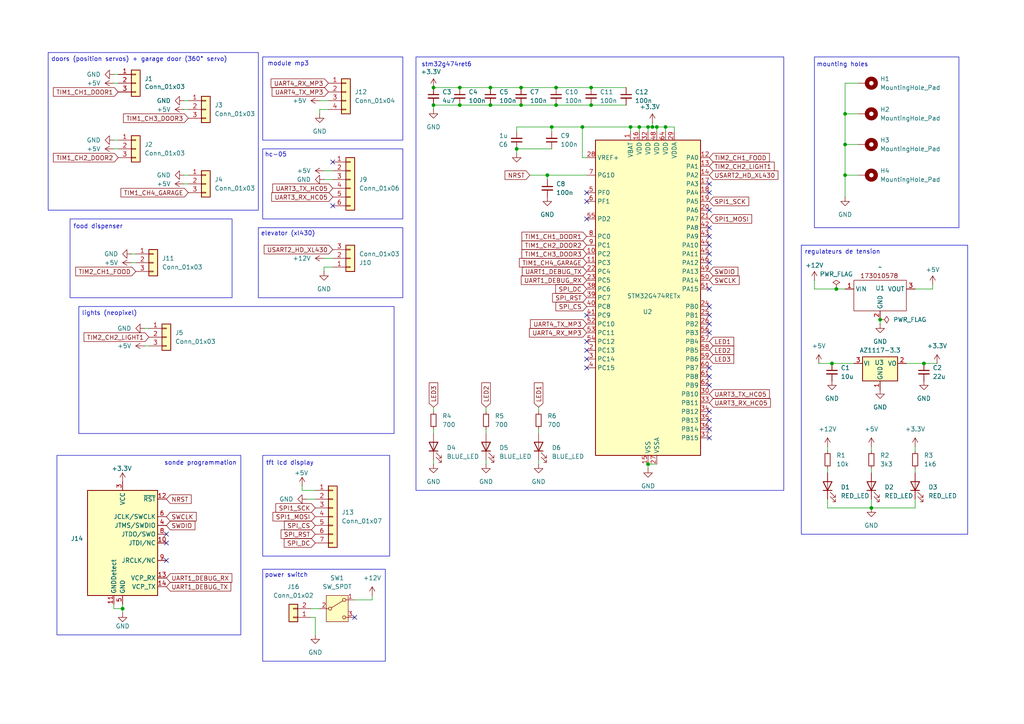
<source format=kicad_sch>
(kicad_sch (version 20250114) (generator "eeschema") (generator_version "9.0")
  (paper "A4")
  (rectangle (start 236.22 16.51) (end 278.13 66.04))
  (rectangle (start 76.2 165.1) (end 111.76 191.77))
  (rectangle (start 13.97 15.24) (end 74.93 60.96))
  (rectangle (start 120.65 16.51) (end 227.33 142.24))
  (rectangle (start 232.41 71.12) (end 280.67 154.94))
  (rectangle (start 76.2 43.18) (end 116.84 63.5))
  (rectangle (start 16.51 132.08) (end 69.85 184.15))
  (rectangle (start 76.2 132.08) (end 113.03 161.29))
  (rectangle (start 20.32 63.5) (end 67.31 86.36))
  (rectangle (start 76.2 16.51) (end 116.84 40.64))
  (rectangle (start 74.93 66.04) (end 116.84 86.36))
  (rectangle (start 22.86 88.9) (end 114.3 125.73))
  (text "elevator (xl430)" (at 83.566 67.818 0) (effects (font (size 1.27 1.27))))
  (text "tft lcd display" (at 84.074 134.366 0) (effects (font (size 1.27 1.27))))
  (text "doors (position servos) + garage door (360° servo)" (at 40.386 17.272 0) (effects (font (size 1.27 1.27))))
  (text "hc-05" (at 80.01 44.958 0) (effects (font (size 1.27 1.27))))
  (text "stm32g474ret6" (at 129.54 18.796 0) (effects (font (size 1.27 1.27))))
  (text "lights (neopixel)" (at 31.75 90.932 0) (effects (font (size 1.27 1.27))))
  (text "sonde programmation\n" (at 58.166 134.366 0) (effects (font (size 1.27 1.27))))
  (text "module mp3" (at 83.566 18.542 0) (effects (font (size 1.27 1.27))))
  (text "food dispenser" (at 28.448 65.786 0) (effects (font (size 1.27 1.27))))
  (text "power switch" (at 83.058 166.878 0) (effects (font (size 1.27 1.27))))
  (text "mounting holes" (at 244.348 18.796 0) (effects (font (size 1.27 1.27))))
  (text "regulateurs de tension" (at 244.348 73.152 0) (effects (font (size 1.27 1.27))))
  (junction (at 245.11 41.91))
  (junction (at 125.73 30.48))
  (junction (at 158.75 50.8))
  (junction (at 151.13 30.48))
  (junction (at 185.42 36.83))
  (junction (at 245.11 50.8))
  (junction (at 168.91 36.83))
  (junction (at 133.35 25.4))
  (junction (at 35.56 176.53))
  (junction (at 161.29 25.4))
  (junction (at 182.88 36.83))
  (junction (at 190.5 36.83))
  (junction (at 161.29 30.48))
  (junction (at 151.13 25.4))
  (junction (at 142.24 30.48))
  (junction (at 171.45 25.4))
  (junction (at 193.04 36.83))
  (junction (at 241.3 105.41))
  (junction (at 267.97 105.41))
  (junction (at 187.96 36.83))
  (junction (at 160.02 36.83))
  (junction (at 125.73 25.4))
  (junction (at 142.24 25.4))
  (junction (at 149.86 43.18))
  (junction (at 255.27 92.71))
  (junction (at 171.45 30.48))
  (junction (at 245.11 33.02))
  (junction (at 133.35 30.48))
  (junction (at 189.23 36.83))
  (junction (at 252.73 147.32))
  (junction (at 242.57 83.82))
  (junction (at 187.96 134.62))
  (no_connect (at 205.74 119.38))
  (no_connect (at 205.74 66.04))
  (no_connect (at 170.18 63.5))
  (no_connect (at 205.74 68.58))
  (no_connect (at 205.74 127))
  (no_connect (at 170.18 101.6))
  (no_connect (at 170.18 106.68))
  (no_connect (at 205.74 83.82))
  (no_connect (at 205.74 96.52))
  (no_connect (at 48.26 157.48))
  (no_connect (at 205.74 106.68))
  (no_connect (at 205.74 124.46))
  (no_connect (at 205.74 53.34))
  (no_connect (at 170.18 91.44))
  (no_connect (at 48.26 154.94))
  (no_connect (at 205.74 71.12))
  (no_connect (at 205.74 88.9))
  (no_connect (at 205.74 93.98))
  (no_connect (at 96.52 59.69))
  (no_connect (at 170.18 55.88))
  (no_connect (at 170.18 99.06))
  (no_connect (at 205.74 76.2))
  (no_connect (at 96.52 46.99))
  (no_connect (at 102.87 179.07))
  (no_connect (at 205.74 121.92))
  (no_connect (at 205.74 109.22))
  (no_connect (at 48.26 162.56))
  (no_connect (at 205.74 111.76))
  (no_connect (at 205.74 55.88))
  (no_connect (at 170.18 104.14))
  (no_connect (at 170.18 58.42))
  (no_connect (at 205.74 60.96))
  (no_connect (at 205.74 91.44))
  (no_connect (at 205.74 73.66))
  (wire (pts (xy 102.87 173.99) (xy 107.95 173.99)))
  (wire (pts (xy 87.63 142.24) (xy 87.63 140.97)))
  (wire (pts (xy 107.95 172.72) (xy 107.95 173.99)))
  (wire (pts (xy 33.02 24.13) (xy 34.29 24.13)))
  (wire (pts (xy 187.96 38.1) (xy 187.96 36.83)))
  (wire (pts (xy 171.45 30.48) (xy 181.61 30.48)))
  (wire (pts (xy 255.27 93.98) (xy 255.27 92.71)))
  (wire (pts (xy 149.86 43.18) (xy 160.02 43.18)))
  (wire (pts (xy 189.23 36.83) (xy 190.5 36.83)))
  (wire (pts (xy 33.02 21.59) (xy 34.29 21.59)))
  (wire (pts (xy 93.98 74.93) (xy 96.52 74.93)))
  (wire (pts (xy 33.02 176.53) (xy 35.56 176.53)))
  (wire (pts (xy 187.96 36.83) (xy 185.42 36.83)))
  (wire (pts (xy 245.11 41.91) (xy 245.11 50.8)))
  (wire (pts (xy 195.58 36.83) (xy 193.04 36.83)))
  (wire (pts (xy 33.02 40.64) (xy 34.29 40.64)))
  (wire (pts (xy 171.45 25.4) (xy 181.61 25.4)))
  (wire (pts (xy 240.03 129.54) (xy 240.03 130.81)))
  (wire (pts (xy 153.67 50.8) (xy 158.75 50.8)))
  (wire (pts (xy 187.96 134.62) (xy 190.5 134.62)))
  (wire (pts (xy 93.98 78.74) (xy 93.98 77.47)))
  (wire (pts (xy 245.11 50.8) (xy 245.11 57.15)))
  (wire (pts (xy 241.3 105.41) (xy 247.65 105.41)))
  (wire (pts (xy 240.03 147.32) (xy 240.03 144.78)))
  (wire (pts (xy 190.5 36.83) (xy 193.04 36.83)))
  (wire (pts (xy 182.88 36.83) (xy 185.42 36.83)))
  (wire (pts (xy 267.97 105.41) (xy 271.78 105.41)))
  (wire (pts (xy 248.92 24.13) (xy 245.11 24.13)))
  (wire (pts (xy 151.13 25.4) (xy 161.29 25.4)))
  (wire (pts (xy 125.73 30.48) (xy 125.73 31.75)))
  (wire (pts (xy 182.88 38.1) (xy 182.88 36.83)))
  (wire (pts (xy 245.11 33.02) (xy 245.11 41.91)))
  (wire (pts (xy 168.91 45.72) (xy 170.18 45.72)))
  (wire (pts (xy 161.29 30.48) (xy 171.45 30.48)))
  (wire (pts (xy 140.97 133.35) (xy 140.97 134.62)))
  (wire (pts (xy 240.03 135.89) (xy 240.03 137.16)))
  (wire (pts (xy 93.98 77.47) (xy 96.52 77.47)))
  (wire (pts (xy 142.24 25.4) (xy 151.13 25.4)))
  (wire (pts (xy 133.35 30.48) (xy 142.24 30.48)))
  (wire (pts (xy 252.73 147.32) (xy 240.03 147.32)))
  (wire (pts (xy 151.13 30.48) (xy 161.29 30.48)))
  (wire (pts (xy 236.22 81.28) (xy 236.22 83.82)))
  (wire (pts (xy 140.97 124.46) (xy 140.97 125.73)))
  (wire (pts (xy 156.21 133.35) (xy 156.21 134.62)))
  (wire (pts (xy 149.86 43.18) (xy 149.86 44.45)))
  (wire (pts (xy 187.96 36.83) (xy 189.23 36.83)))
  (wire (pts (xy 168.91 45.72) (xy 168.91 36.83)))
  (wire (pts (xy 90.17 179.07) (xy 91.44 179.07)))
  (wire (pts (xy 265.43 83.82) (xy 270.51 83.82)))
  (wire (pts (xy 187.96 134.62) (xy 187.96 135.89)))
  (wire (pts (xy 237.49 105.41) (xy 241.3 105.41)))
  (wire (pts (xy 236.22 83.82) (xy 242.57 83.82)))
  (wire (pts (xy 161.29 25.4) (xy 171.45 25.4)))
  (wire (pts (xy 158.75 52.07) (xy 158.75 50.8)))
  (wire (pts (xy 245.11 50.8) (xy 248.92 50.8)))
  (wire (pts (xy 125.73 133.35) (xy 125.73 134.62)))
  (wire (pts (xy 185.42 38.1) (xy 185.42 36.83)))
  (wire (pts (xy 193.04 38.1) (xy 193.04 36.83)))
  (wire (pts (xy 270.51 83.82) (xy 270.51 82.55)))
  (wire (pts (xy 53.34 29.21) (xy 54.61 29.21)))
  (wire (pts (xy 245.11 41.91) (xy 248.92 41.91)))
  (wire (pts (xy 195.58 38.1) (xy 195.58 36.83)))
  (wire (pts (xy 160.02 36.83) (xy 160.02 38.1)))
  (wire (pts (xy 252.73 129.54) (xy 252.73 130.81)))
  (wire (pts (xy 252.73 135.89) (xy 252.73 137.16)))
  (wire (pts (xy 245.11 33.02) (xy 248.92 33.02)))
  (wire (pts (xy 133.35 25.4) (xy 142.24 25.4)))
  (wire (pts (xy 93.98 52.07) (xy 96.52 52.07)))
  (wire (pts (xy 156.21 124.46) (xy 156.21 125.73)))
  (wire (pts (xy 53.34 50.8) (xy 54.61 50.8)))
  (wire (pts (xy 252.73 147.32) (xy 265.43 147.32)))
  (wire (pts (xy 87.63 142.24) (xy 91.44 142.24)))
  (wire (pts (xy 245.11 24.13) (xy 245.11 33.02)))
  (wire (pts (xy 265.43 129.54) (xy 265.43 130.81)))
  (wire (pts (xy 92.71 33.02) (xy 92.71 31.75)))
  (wire (pts (xy 38.1 73.66) (xy 39.37 73.66)))
  (wire (pts (xy 168.91 36.83) (xy 182.88 36.83)))
  (wire (pts (xy 265.43 144.78) (xy 265.43 147.32)))
  (wire (pts (xy 41.91 95.25) (xy 43.18 95.25)))
  (wire (pts (xy 53.34 53.34) (xy 54.61 53.34)))
  (wire (pts (xy 252.73 144.78) (xy 252.73 147.32)))
  (wire (pts (xy 92.71 31.75) (xy 95.25 31.75)))
  (wire (pts (xy 242.57 83.82) (xy 245.11 83.82)))
  (wire (pts (xy 92.71 29.21) (xy 95.25 29.21)))
  (wire (pts (xy 38.1 76.2) (xy 39.37 76.2)))
  (wire (pts (xy 189.23 35.56) (xy 189.23 36.83)))
  (wire (pts (xy 140.97 118.11) (xy 140.97 119.38)))
  (wire (pts (xy 33.02 43.18) (xy 34.29 43.18)))
  (wire (pts (xy 160.02 36.83) (xy 149.86 36.83)))
  (wire (pts (xy 265.43 135.89) (xy 265.43 137.16)))
  (wire (pts (xy 35.56 175.26) (xy 35.56 176.53)))
  (wire (pts (xy 90.17 176.53) (xy 92.71 176.53)))
  (wire (pts (xy 262.89 105.41) (xy 267.97 105.41)))
  (wire (pts (xy 142.24 30.48) (xy 151.13 30.48)))
  (wire (pts (xy 149.86 36.83) (xy 149.86 38.1)))
  (wire (pts (xy 156.21 118.11) (xy 156.21 119.38)))
  (wire (pts (xy 53.34 31.75) (xy 54.61 31.75)))
  (wire (pts (xy 93.98 49.53) (xy 96.52 49.53)))
  (wire (pts (xy 190.5 38.1) (xy 190.5 36.83)))
  (wire (pts (xy 35.56 176.53) (xy 35.56 177.8)))
  (wire (pts (xy 41.91 100.33) (xy 43.18 100.33)))
  (wire (pts (xy 125.73 124.46) (xy 125.73 125.73)))
  (wire (pts (xy 125.73 25.4) (xy 133.35 25.4)))
  (wire (pts (xy 33.02 175.26) (xy 33.02 176.53)))
  (wire (pts (xy 88.9 144.78) (xy 91.44 144.78)))
  (wire (pts (xy 158.75 50.8) (xy 170.18 50.8)))
  (wire (pts (xy 125.73 30.48) (xy 133.35 30.48)))
  (wire (pts (xy 168.91 36.83) (xy 160.02 36.83)))
  (wire (pts (xy 91.44 179.07) (xy 91.44 184.15)))
  (wire (pts (xy 125.73 118.11) (xy 125.73 119.38)))
  (global_label "SWCLK" (shape input) (at 205.74 81.28 0) (property "Intersheetrefs" "${INTERSHEET_REFS}" (effects (hide yes))))
  (global_label "SPI_CS" (shape input) (at 170.18 88.9 180) (property "Intersheetrefs" "${INTERSHEET_REFS}" (effects (hide yes))))
  (global_label "TIM1_CH1_DOOR1" (shape input) (at 34.29 26.67 180) (property "Intersheetrefs" "${INTERSHEET_REFS}" (effects (hide yes))))
  (global_label "NRST" (shape input) (at 48.26 144.78 0) (property "Intersheetrefs" "${INTERSHEET_REFS}" (effects (hide yes))))
  (global_label "LED3" (shape input) (at 205.74 104.14 0) (property "Intersheetrefs" "${INTERSHEET_REFS}" (effects (hide yes))))
  (global_label "SWCLK" (shape input) (at 48.26 149.86 0) (property "Intersheetrefs" "${INTERSHEET_REFS}" (effects (hide yes))))
  (global_label "TIM1_CH2_DOOR2" (shape input) (at 34.29 45.72 180) (property "Intersheetrefs" "${INTERSHEET_REFS}" (effects (hide yes))))
  (global_label "TIM1_CH3_DOOR3" (shape input) (at 170.18 73.66 180) (property "Intersheetrefs" "${INTERSHEET_REFS}" (effects (hide yes))))
  (global_label "SPI_CS" (shape input) (at 91.44 152.4 180) (property "Intersheetrefs" "${INTERSHEET_REFS}" (effects (hide yes))))
  (global_label "UART1_DEBUG_RX" (shape input) (at 48.26 167.64 0) (property "Intersheetrefs" "${INTERSHEET_REFS}" (effects (hide yes))))
  (global_label "UART3_TX_HC05" (shape input) (at 96.52 54.61 180) (property "Intersheetrefs" "${INTERSHEET_REFS}" (effects (hide yes))))
  (global_label "TIM1_CH1_DOOR1" (shape input) (at 170.18 68.58 180) (property "Intersheetrefs" "${INTERSHEET_REFS}" (effects (hide yes))))
  (global_label "TIM2_CH1_FOOD" (shape input) (at 39.37 78.74 180) (property "Intersheetrefs" "${INTERSHEET_REFS}" (effects (hide yes))))
  (global_label "LED2" (shape input) (at 205.74 101.6 0) (property "Intersheetrefs" "${INTERSHEET_REFS}" (effects (hide yes))))
  (global_label "SWDIO" (shape input) (at 48.26 152.4 0) (property "Intersheetrefs" "${INTERSHEET_REFS}" (effects (hide yes))))
  (global_label "UART3_RX_HC05" (shape input) (at 205.74 116.84 0) (property "Intersheetrefs" "${INTERSHEET_REFS}" (effects (hide yes))))
  (global_label "UART1_DEBUG_TX" (shape input) (at 170.18 78.74 180) (property "Intersheetrefs" "${INTERSHEET_REFS}" (effects (hide yes))))
  (global_label "UART1_DEBUG_TX" (shape input) (at 48.26 170.18 0) (property "Intersheetrefs" "${INTERSHEET_REFS}" (effects (hide yes))))
  (global_label "SWDIO" (shape input) (at 205.74 78.74 0) (property "Intersheetrefs" "${INTERSHEET_REFS}" (effects (hide yes))))
  (global_label "UART3_TX_HC05" (shape input) (at 205.74 114.3 0) (property "Intersheetrefs" "${INTERSHEET_REFS}" (effects (hide yes))))
  (global_label "LED1" (shape input) (at 205.74 99.06 0) (property "Intersheetrefs" "${INTERSHEET_REFS}" (effects (hide yes))))
  (global_label "TIM1_CH3_DOOR3" (shape input) (at 54.61 34.29 180) (property "Intersheetrefs" "${INTERSHEET_REFS}" (effects (hide yes))))
  (global_label "UART4_TX_MP3" (shape input) (at 170.18 93.98 180) (property "Intersheetrefs" "${INTERSHEET_REFS}" (effects (hide yes))))
  (global_label "SPI_DC" (shape input) (at 91.44 157.48 180) (property "Intersheetrefs" "${INTERSHEET_REFS}" (effects (hide yes))))
  (global_label "USART2_HD_XL430" (shape input) (at 205.74 50.8 0) (property "Intersheetrefs" "${INTERSHEET_REFS}" (effects (hide yes))))
  (global_label "UART4_RX_MP3" (shape input) (at 170.18 96.52 180) (property "Intersheetrefs" "${INTERSHEET_REFS}" (effects (hide yes))))
  (global_label "SPI1_SCK" (shape input) (at 91.44 147.32 180) (property "Intersheetrefs" "${INTERSHEET_REFS}" (effects (hide yes))))
  (global_label "SPI_RST" (shape input) (at 170.18 86.36 180) (property "Intersheetrefs" "${INTERSHEET_REFS}" (effects (hide yes))))
  (global_label "NRST" (shape input) (at 153.67 50.8 180) (property "Intersheetrefs" "${INTERSHEET_REFS}" (effects (hide yes))))
  (global_label "SPI1_MOSI" (shape input) (at 205.74 63.5 0) (property "Intersheetrefs" "${INTERSHEET_REFS}" (effects (hide yes))))
  (global_label "TIM2_CH1_FOOD" (shape input) (at 205.74 45.72 0) (property "Intersheetrefs" "${INTERSHEET_REFS}" (effects (hide yes))))
  (global_label "TIM1_CH4_GARAGE" (shape input) (at 170.18 76.2 180) (property "Intersheetrefs" "${INTERSHEET_REFS}" (effects (hide yes))))
  (global_label "LED1" (shape input) (at 156.21 118.11 90) (property "Intersheetrefs" "${INTERSHEET_REFS}" (effects (hide yes))))
  (global_label "LED3" (shape input) (at 125.73 118.11 90) (property "Intersheetrefs" "${INTERSHEET_REFS}" (effects (hide yes))))
  (global_label "UART4_RX_MP3" (shape input) (at 95.25 24.13 180) (property "Intersheetrefs" "${INTERSHEET_REFS}" (effects (hide yes))))
  (global_label "UART3_RX_HC05" (shape input) (at 96.52 57.15 180) (property "Intersheetrefs" "${INTERSHEET_REFS}" (effects (hide yes))))
  (global_label "TIM1_CH4_GARAGE" (shape input) (at 54.61 55.88 180) (property "Intersheetrefs" "${INTERSHEET_REFS}" (effects (hide yes))))
  (global_label "UART1_DEBUG_RX" (shape input) (at 170.18 81.28 180) (property "Intersheetrefs" "${INTERSHEET_REFS}" (effects (hide yes))))
  (global_label "TIM2_CH2_LIGHT1" (shape input) (at 205.74 48.26 0) (property "Intersheetrefs" "${INTERSHEET_REFS}" (effects (hide yes))))
  (global_label "SPI_DC" (shape input) (at 170.18 83.82 180) (property "Intersheetrefs" "${INTERSHEET_REFS}" (effects (hide yes))))
  (global_label "TIM1_CH2_DOOR2" (shape input) (at 170.18 71.12 180) (property "Intersheetrefs" "${INTERSHEET_REFS}" (effects (hide yes))))
  (global_label "UART4_TX_MP3" (shape input) (at 95.25 26.67 180) (property "Intersheetrefs" "${INTERSHEET_REFS}" (effects (hide yes))))
  (global_label "LED2" (shape input) (at 140.97 118.11 90) (property "Intersheetrefs" "${INTERSHEET_REFS}" (effects (hide yes))))
  (global_label "SPI_RST" (shape input) (at 91.44 154.94 180) (property "Intersheetrefs" "${INTERSHEET_REFS}" (effects (hide yes))))
  (global_label "TIM2_CH2_LIGHT1" (shape input) (at 43.18 97.79 180) (property "Intersheetrefs" "${INTERSHEET_REFS}" (effects (hide yes))))
  (global_label "SPI1_MOSI" (shape input) (at 91.44 149.86 180) (property "Intersheetrefs" "${INTERSHEET_REFS}" (effects (hide yes))))
  (global_label "USART2_HD_XL430" (shape input) (at 96.52 72.39 180) (property "Intersheetrefs" "${INTERSHEET_REFS}" (effects (hide yes))))
  (global_label "SPI1_SCK" (shape input) (at 205.74 58.42 0) (property "Intersheetrefs" "${INTERSHEET_REFS}" (effects (hide yes))))
  (symbol (lib_id "power:+12V") (at 93.98 74.93 90) (unit 1)
    (property "Reference" "#PWR027" (effects (hide yes)))
    (property "Value" "+12V" (at 90.17 74.9299 90) (effects (justify left)))
    (property "Description" "Power symbol creates a global label with name \"+12V\"" (effects (hide yes)))
  )
  (symbol (lib_id "Connector_Generic:Conn_01x02") (at 85.09 179.07 180) (unit 1)
    (property "Reference" "J16" (at 85.09 170.18 0))
    (property "Value" "Conn_01x02" (at 85.09 172.72 0))
    (property "Footprint" "Connector_AMASS:AMASS_XT60-M_1x02_P7.20mm_Vertical" (effects (hide yes)))
    (property "Description" "Generic connector, single row, 01x02, script generated (kicad-library-utils/schlib/autogen/connector/)" (effects (hide yes)))
  )
  (symbol (lib_id "Device:R_Small") (at 140.97 121.92 0) (unit 1)
    (property "Reference" "R5" (at 143.51 120.6499 0) (effects (justify left)))
    (property "Value" "700" (at 143.51 123.1899 0) (effects (justify left)))
    (property "Footprint" "Resistor_SMD:R_0402_1005Metric_Pad0.72x0.64mm_HandSolder" (effects (hide yes)))
    (property "Description" "Resistor, small symbol" (effects (hide yes)))
  )
  (symbol (lib_id "power:+5V") (at 87.63 140.97 0) (unit 1)
    (property "Reference" "#PWR052" (effects (hide yes)))
    (property "Value" "+5V" (at 87.376 137.16 0))
    (property "Description" "Power symbol creates a global label with name \"+5V\"" (effects (hide yes)))
  )
  (symbol (lib_id "power:GND") (at 140.97 134.62 0) (unit 1)
    (property "Reference" "#PWR017" (effects (hide yes)))
    (property "Value" "GND" (at 140.97 139.7 0))
  )
  (symbol (lib_id "Device:C_Small") (at 151.13 27.94 0) (unit 1)
    (property "Reference" "C7" (at 153.67 26.6762 0) (effects (justify left)))
    (property "Value" "100n" (at 153.67 29.2162 0) (effects (justify left)))
    (property "Footprint" "Capacitor_SMD:C_0402_1005Metric_Pad0.74x0.62mm_HandSolder" (effects (hide yes)))
  )
  (symbol (lib_id "Device:C_Small") (at 133.35 27.94 0) (unit 1)
    (property "Reference" "C4" (at 135.89 26.6763 0) (effects (justify left)))
    (property "Value" "100n" (at 135.89 29.2163 0) (effects (justify left)))
    (property "Footprint" "Capacitor_SMD:C_0402_1005Metric_Pad0.74x0.62mm_HandSolder" (effects (hide yes)))
  )
  (symbol (lib_id "power:GND") (at 93.98 52.07 270) (unit 1)
    (property "Reference" "#PWR030" (effects (hide yes)))
    (property "Value" "GND" (at 90.17 52.0699 90) (effects (justify right)))
    (property "Description" "Power symbol creates a global label with name \"GND\" , ground" (effects (hide yes)))
  )
  (symbol (lib_id "Device:C_Small") (at 171.45 27.94 0) (unit 1)
    (property "Reference" "C11" (at 173.99 26.6762 0) (effects (justify left)))
    (property "Value" "100n" (at 173.99 29.2162 0) (effects (justify left)))
    (property "Footprint" "Capacitor_SMD:C_0402_1005Metric_Pad0.74x0.62mm_HandSolder" (effects (hide yes)))
  )
  (symbol (lib_id "power:GND") (at 125.73 134.62 0) (unit 1)
    (property "Reference" "#PWR016" (effects (hide yes)))
    (property "Value" "GND" (at 125.73 139.7 0))
  )
  (symbol (lib_id "Connector_Generic:Conn_01x03") (at 101.6 74.93 0) (mirror x) (unit 1)
    (property "Reference" "J10" (at 104.14 76.2001 0) (effects (justify left)))
    (property "Value" "Conn_01x03" (at 104.14 73.6601 0) (effects (justify left)))
    (property "Footprint" "Connector_JST:JST_EH_B3B-EH-A_1x03_P2.50mm_Vertical" (effects (hide yes)))
    (property "Description" "Generic connector, single row, 01x03, script generated (kicad-library-utils/schlib/autogen/connector/)" (effects (hide yes)))
  )
  (symbol (lib_id "Regulator_Linear:AZ1117-3.3") (at 255.27 105.41 0) (unit 1)
    (property "Reference" "U3" (at 255.016 105.156 0))
    (property "Value" "AZ1117-3.3" (at 255.27 101.6 0))
    (property "Footprint" "Package_TO_SOT_SMD:SOT-223-3_TabPin2" (effects (hide yes)))
    (property "Datasheet" "https://www.diodes.com/assets/Datasheets/AZ1117.pdf" (effects (hide yes)))
    (property "MPN" "AZ1117CH2-3.3TRG1" (effects (hide yes)))
  )
  (symbol (lib_id "power:+3.3V") (at 265.43 129.54 0) (unit 1)
    (property "Reference" "#PWR013" (effects (hide yes)))
    (property "Value" "+3.3V" (at 265.43 124.46 0))
    (property "Description" "Power symbol creates a global label with name \"+3.3V\"" (effects (hide yes)))
  )
  (symbol (lib_id "maker:173010578") (at 255.27 85.09 0) (unit 1)
    (property "Reference" "U1" (at 255.27 83.566 0))
    (property "Value" "~" (at 255.27 77.47 0))
    (property "Footprint" "maker:173010578" (effects (hide yes)))
    (property "Datasheet" "https://www.we-online.com/components/products/datasheet/173010578.pdf" (effects (hide yes)))
    (property "MPN" "173010578 " (effects (hide yes)))
  )
  (symbol (lib_id "Device:C_Small") (at 158.75 54.61 0) (unit 1)
    (property "Reference" "C8" (at 161.29 53.3463 0) (effects (justify left)))
    (property "Value" "100n" (at 161.29 55.8863 0) (effects (justify left)))
    (property "Footprint" "Capacitor_SMD:C_0402_1005Metric_Pad0.74x0.62mm_HandSolder" (effects (hide yes)))
  )
  (symbol (lib_id "Device:R_Small") (at 156.21 121.92 0) (unit 1)
    (property "Reference" "R6" (at 158.75 120.6499 0) (effects (justify left)))
    (property "Value" "700" (at 158.75 123.1899 0) (effects (justify left)))
    (property "Footprint" "Resistor_SMD:R_0402_1005Metric_Pad0.72x0.64mm_HandSolder" (effects (hide yes)))
    (property "Description" "Resistor, small symbol" (effects (hide yes)))
  )
  (symbol (lib_id "power:+5V") (at 53.34 31.75 90) (unit 1)
    (property "Reference" "#PWR036" (effects (hide yes)))
    (property "Value" "+5V" (at 49.53 31.7499 90) (effects (justify left)))
    (property "Description" "Power symbol creates a global label with name \"+5V\"" (effects (hide yes)))
  )
  (symbol (lib_id "power:GND") (at 267.97 110.49 0) (unit 1)
    (property "Reference" "#PWR05" (effects (hide yes)))
    (property "Value" "GND" (at 267.97 115.57 0))
  )
  (symbol (lib_id "power:GND") (at 35.56 177.8 0) (unit 1)
    (property "Reference" "#PWR022" (effects (hide yes)))
    (property "Value" "GND" (at 35.56 181.61 0))
  )
  (symbol (lib_id "power:GND") (at 88.9 144.78 270) (unit 1)
    (property "Reference" "#PWR051" (effects (hide yes)))
    (property "Value" "GND" (at 85.09 144.7799 90) (effects (justify right)))
    (property "Description" "Power symbol creates a global label with name \"GND\" , ground" (effects (hide yes)))
  )
  (symbol (lib_id "power:+3.3V") (at 271.78 105.41 0) (unit 1)
    (property "Reference" "#PWR06" (effects (hide yes)))
    (property "Value" "+3.3V" (at 271.78 100.33 0))
    (property "Description" "Power symbol creates a global label with name \"+3.3V\"" (effects (hide yes)))
  )
  (symbol (lib_id "power:GND") (at 156.21 134.62 0) (unit 1)
    (property "Reference" "#PWR024" (effects (hide yes)))
    (property "Value" "GND" (at 156.21 139.7 0))
  )
  (symbol (lib_id "Connector_Generic:Conn_01x03") (at 59.69 53.34 0) (unit 1)
    (property "Reference" "J4" (at 62.23 52.0699 0) (effects (justify left)))
    (property "Value" "Conn_01x03" (at 62.23 54.6099 0) (effects (justify left)))
    (property "Footprint" "Connector_JST:JST_EH_B3B-EH-A_1x03_P2.50mm_Vertical" (effects (hide yes)))
    (property "Description" "Generic connector, single row, 01x03, script generated (kicad-library-utils/schlib/autogen/connector/)" (effects (hide yes)))
  )
  (symbol (lib_id "power:GND") (at 255.27 93.98 0) (unit 1)
    (property "Reference" "#PWR08" (effects (hide yes)))
    (property "Value" "GND" (at 255.27 99.06 0))
    (property "Description" "Power symbol creates a global label with name \"GND\" , ground" (effects (hide yes)))
  )
  (symbol (lib_id "power:GND") (at 91.44 184.15 0) (unit 1)
    (property "Reference" "#PWR053" (effects (hide yes)))
    (property "Value" "GND" (at 91.44 189.23 0))
  )
  (symbol (lib_id "Connector_Generic:Conn_01x04") (at 100.33 26.67 0) (unit 1)
    (property "Reference" "J12" (at 102.87 26.6699 0) (effects (justify left)))
    (property "Value" "Conn_01x04" (at 102.87 29.2099 0) (effects (justify left)))
    (property "Footprint" "Connector_JST:JST_EH_B4B-EH-A_1x04_P2.50mm_Vertical" (effects (hide yes)))
    (property "Description" "Generic connector, single row, 01x04, script generated (kicad-library-utils/schlib/autogen/connector/)" (effects (hide yes)))
  )
  (symbol (lib_id "power:GND") (at 33.02 21.59 270) (unit 1)
    (property "Reference" "#PWR031" (effects (hide yes)))
    (property "Value" "GND" (at 29.21 21.5899 90) (effects (justify right)))
    (property "Description" "Power symbol creates a global label with name \"GND\" , ground" (effects (hide yes)))
  )
  (symbol (lib_id "MCU_ST_STM32G4:STM32G474RETx") (at 187.96 86.36 0) (unit 1)
    (property "Reference" "U2" (at 186.436 90.424 0) (effects (justify left)))
    (property "Value" "STM32G474RETx" (at 181.864 85.852 0) (effects (justify left)))
    (property "Footprint" "Package_QFP:LQFP-64_10x10mm_P0.5mm" (effects (hide yes)))
    (property "Datasheet" "https://www.st.com/resource/en/datasheet/stm32g474re.pdf" (effects (hide yes)))
    (property "Description" "STMicroelectronics Arm Cortex-M4 MCU, 512KB flash, 128KB RAM, 170 MHz, 1.71-3.6V, 52 GPIO, LQFP64" (effects (hide yes)))
  )
  (symbol (lib_id "Device:R_Small") (at 240.03 133.35 0) (unit 1)
    (property "Reference" "R1" (at 242.57 132.0799 0) (effects (justify left)))
    (property "Value" "10k" (at 242.57 134.6199 0) (effects (justify left)))
    (property "Footprint" "Resistor_SMD:R_0402_1005Metric_Pad0.72x0.64mm_HandSolder" (effects (hide yes)))
    (property "Description" "Resistor, small symbol" (effects (hide yes)))
  )
  (symbol (lib_id "power:PWR_FLAG") (at 242.57 83.82 0) (unit 1)
    (property "Reference" "#FLG01" (effects (hide yes)))
    (property "Value" "PWR_FLAG" (at 242.57 79.502 0))
    (property "Description" "Special symbol for telling ERC where power comes from" (effects (hide yes)))
  )
  (symbol (lib_id "power:GND") (at 252.73 147.32 0) (unit 1)
    (property "Reference" "#PWR012" (effects (hide yes)))
    (property "Value" "GND" (at 252.73 152.4 0))
  )
  (symbol (lib_id "power:+5V") (at 93.98 49.53 90) (unit 1)
    (property "Reference" "#PWR029" (effects (hide yes)))
    (property "Value" "+5V" (at 90.17 49.5299 90) (effects (justify left)))
    (property "Description" "Power symbol creates a global label with name \"+5V\"" (effects (hide yes)))
  )
  (symbol (lib_id "Device:R_Small") (at 125.73 121.92 0) (unit 1)
    (property "Reference" "R4" (at 128.27 120.6499 0) (effects (justify left)))
    (property "Value" "700" (at 128.27 123.1899 0) (effects (justify left)))
    (property "Footprint" "Resistor_SMD:R_0402_1005Metric_Pad0.72x0.64mm_HandSolder" (effects (hide yes)))
    (property "Description" "Resistor, small symbol" (effects (hide yes)))
  )
  (symbol (lib_id "Device:C_Small") (at 149.86 40.64 180) (unit 1)
    (property "Reference" "C6" (at 147.32 41.9038 0) (effects (justify left)))
    (property "Value" "1u" (at 147.32 39.3638 0) (effects (justify left)))
    (property "Footprint" "Capacitor_SMD:C_0603_1608Metric" (effects (hide yes)))
  )
  (symbol (lib_id "Device:LED") (at 156.21 129.54 90) (unit 1)
    (property "Reference" "D6" (at 160.02 129.8574 90) (effects (justify right)))
    (property "Value" "BLUE_LED" (at 160.02 132.3974 90) (effects (justify right)))
    (property "Footprint" "LED_SMD:LED_0603_1608Metric" (effects (hide yes)))
    (property "Datasheet" "https://www.we-online.com/components/products/datasheet/150060BS55040.pdf" (effects (hide yes)))
    (property "Description" "Light emitting diode" (effects (hide yes)))
    (property "MPN" "150060BS55040" (effects (hide yes)))
  )
  (symbol (lib_id "Device:C_Small") (at 125.73 27.94 0) (unit 1)
    (property "Reference" "C3" (at 128.27 26.6763 0) (effects (justify left)))
    (property "Value" "4u7" (at 128.27 29.2163 0) (effects (justify left)))
    (property "Footprint" "Capacitor_SMD:C_0603_1608Metric" (effects (hide yes)))
  )
  (symbol (lib_name "GND_5") (lib_id "power:GND") (at 149.86 44.45 0) (unit 1)
    (property "Reference" "#PWR018" (effects (hide yes)))
    (property "Value" "GND" (effects (hide yes)))
    (property "Description" "Power symbol creates a global label with name \"GND\" , ground" (effects (hide yes)))
  )
  (symbol (lib_id "power:GND") (at 33.02 40.64 270) (unit 1)
    (property "Reference" "#PWR033" (effects (hide yes)))
    (property "Value" "GND" (at 29.21 40.6399 90) (effects (justify right)))
    (property "Description" "Power symbol creates a global label with name \"GND\" , ground" (effects (hide yes)))
  )
  (symbol (lib_id "Connector_Generic:Conn_01x03") (at 59.69 31.75 0) (unit 1)
    (property "Reference" "J3" (at 62.23 30.4799 0) (effects (justify left)))
    (property "Value" "Conn_01x03" (at 62.23 33.0199 0) (effects (justify left)))
    (property "Footprint" "Connector_JST:JST_EH_B3B-EH-A_1x03_P2.50mm_Vertical" (effects (hide yes)))
    (property "Description" "Generic connector, single row, 01x03, script generated (kicad-library-utils/schlib/autogen/connector/)" (effects (hide yes)))
  )
  (symbol (lib_id "Mechanical:MountingHole_Pad") (at 251.46 41.91 270) (unit 1) (exclude_from_sim yes) (in_bom no)
    (property "Reference" "H3" (at 255.27 40.6399 90) (effects (justify left)))
    (property "Value" "MountingHole_Pad" (at 255.27 43.1799 90) (effects (justify left)))
    (property "Footprint" "MountingHole:MountingHole_3.2mm_M3_Pad_Via" (effects (hide yes)))
    (property "Description" "Mounting Hole with connection" (effects (hide yes)))
  )
  (symbol (lib_id "Connector_Generic:Conn_01x03") (at 39.37 24.13 0) (unit 1)
    (property "Reference" "J1" (at 41.91 22.8599 0) (effects (justify left)))
    (property "Value" "Conn_01x03" (at 41.91 25.146 0) (effects (justify left)))
    (property "Footprint" "Connector_JST:JST_EH_B3B-EH-A_1x03_P2.50mm_Vertical" (effects (hide yes)))
    (property "Description" "Generic connector, single row, 01x03, script generated (kicad-library-utils/schlib/autogen/connector/)" (effects (hide yes)))
  )
  (symbol (lib_id "power:GND") (at 53.34 29.21 270) (unit 1)
    (property "Reference" "#PWR035" (effects (hide yes)))
    (property "Value" "GND" (at 49.53 29.2099 90) (effects (justify right)))
    (property "Description" "Power symbol creates a global label with name \"GND\" , ground" (effects (hide yes)))
  )
  (symbol (lib_id "power:GND") (at 41.91 95.25 270) (unit 1)
    (property "Reference" "#PWR040" (effects (hide yes)))
    (property "Value" "GND" (at 38.1 95.2499 90) (effects (justify right)))
    (property "Description" "Power symbol creates a global label with name \"GND\" , ground" (effects (hide yes)))
  )
  (symbol (lib_id "Device:R_Small") (at 252.73 133.35 0) (unit 1)
    (property "Reference" "R2" (at 255.27 132.0799 0) (effects (justify left)))
    (property "Value" "3k3" (at 255.27 134.6199 0) (effects (justify left)))
    (property "Footprint" "Resistor_SMD:R_0402_1005Metric_Pad0.72x0.64mm_HandSolder" (effects (hide yes)))
    (property "Description" "Resistor, small symbol" (effects (hide yes)))
  )
  (symbol (lib_id "Device:C_Small") (at 161.29 27.94 0) (unit 1)
    (property "Reference" "C10" (at 163.83 26.6762 0) (effects (justify left)))
    (property "Value" "100n" (at 163.83 29.2162 0) (effects (justify left)))
    (property "Footprint" "Capacitor_SMD:C_0402_1005Metric_Pad0.74x0.62mm_HandSolder" (effects (hide yes)))
  )
  (symbol (lib_id "Device:LED") (at 140.97 129.54 90) (unit 1)
    (property "Reference" "D5" (at 144.78 129.8574 90) (effects (justify right)))
    (property "Value" "BLUE_LED" (at 144.78 132.3974 90) (effects (justify right)))
    (property "Footprint" "LED_SMD:LED_0603_1608Metric" (effects (hide yes)))
    (property "Datasheet" "https://www.we-online.com/components/products/datasheet/150060BS55040.pdf" (effects (hide yes)))
    (property "Description" "Light emitting diode" (effects (hide yes)))
    (property "MPN" "150060BS55040" (effects (hide yes)))
  )
  (symbol (lib_id "power:GND") (at 53.34 50.8 270) (unit 1)
    (property "Reference" "#PWR037" (effects (hide yes)))
    (property "Value" "GND" (at 49.53 50.7999 90) (effects (justify right)))
    (property "Description" "Power symbol creates a global label with name \"GND\" , ground" (effects (hide yes)))
  )
  (symbol (lib_id "power:PWR_FLAG") (at 255.27 92.71 270) (unit 1)
    (property "Reference" "#FLG02" (effects (hide yes)))
    (property "Value" "PWR_FLAG" (at 259.08 92.7099 90) (effects (justify left)))
    (property "Description" "Special symbol for telling ERC where power comes from" (effects (hide yes)))
  )
  (symbol (lib_id "Connector_Generic:Conn_01x07") (at 96.52 149.86 0) (unit 1)
    (property "Reference" "J13" (at 99.06 148.5899 0) (effects (justify left)))
    (property "Value" "Conn_01x07" (at 99.06 151.1299 0) (effects (justify left)))
    (property "Footprint" "Connector_JST:JST_EH_B7B-EH-A_1x07_P2.50mm_Vertical" (effects (hide yes)))
    (property "Description" "Generic connector, single row, 01x07, script generated (kicad-library-utils/schlib/autogen/connector/)" (effects (hide yes)))
  )
  (symbol (lib_id "power:+5V") (at 53.34 53.34 90) (unit 1)
    (property "Reference" "#PWR038" (effects (hide yes)))
    (property "Value" "+5V" (at 49.53 53.3399 90) (effects (justify left)))
    (property "Description" "Power symbol creates a global label with name \"+5V\"" (effects (hide yes)))
  )
  (symbol (lib_id "Device:LED") (at 252.73 140.97 90) (unit 1)
    (property "Reference" "D2" (at 256.54 141.2874 90) (effects (justify right)))
    (property "Value" "RED_LED" (at 256.54 143.8274 90) (effects (justify right)))
    (property "Footprint" "LED_SMD:LED_0603_1608Metric" (effects (hide yes)))
    (property "Datasheet" "https://www.we-online.com/components/products/datasheet/150060RS55040.pdf" (effects (hide yes)))
    (property "Description" "Light emitting diode" (effects (hide yes)))
    (property "MPN" "150060RS55040" (effects (hide yes)))
  )
  (symbol (lib_id "power:+5V") (at 33.02 43.18 90) (unit 1)
    (property "Reference" "#PWR034" (effects (hide yes)))
    (property "Value" "+5V" (at 29.21 43.1799 90) (effects (justify left)))
    (property "Description" "Power symbol creates a global label with name \"+5V\"" (effects (hide yes)))
  )
  (symbol (lib_id "Device:LED") (at 265.43 140.97 90) (unit 1)
    (property "Reference" "D3" (at 269.24 141.2874 90) (effects (justify right)))
    (property "Value" "RED_LED" (at 269.24 143.8274 90) (effects (justify right)))
    (property "Footprint" "LED_SMD:LED_0603_1608Metric" (effects (hide yes)))
    (property "Datasheet" "https://www.we-online.com/components/products/datasheet/150060RS55040.pdf" (effects (hide yes)))
    (property "Description" "Light emitting diode" (effects (hide yes)))
    (property "MPN" "150060RS55040" (effects (hide yes)))
  )
  (symbol (lib_id "power:GND") (at 93.98 78.74 0) (unit 1)
    (property "Reference" "#PWR028" (effects (hide yes)))
    (property "Value" "GND" (at 93.98 83.82 0))
    (property "Description" "Power symbol creates a global label with name \"GND\" , ground" (effects (hide yes)))
  )
  (symbol (lib_id "Mechanical:MountingHole_Pad") (at 251.46 33.02 270) (unit 1) (exclude_from_sim yes) (in_bom no)
    (property "Reference" "H2" (at 255.27 31.7499 90) (effects (justify left)))
    (property "Value" "MountingHole_Pad" (at 255.27 34.2899 90) (effects (justify left)))
    (property "Footprint" "MountingHole:MountingHole_3.2mm_M3_Pad_Via" (effects (hide yes)))
    (property "Description" "Mounting Hole with connection" (effects (hide yes)))
  )
  (symbol (lib_id "Device:C_Small") (at 142.24 27.94 0) (unit 1)
    (property "Reference" "C5" (at 144.78 26.6763 0) (effects (justify left)))
    (property "Value" "100n" (at 144.78 29.2163 0) (effects (justify left)))
    (property "Footprint" "Capacitor_SMD:C_0402_1005Metric_Pad0.74x0.62mm_HandSolder" (effects (hide yes)))
  )
  (symbol (lib_id "power:+12V") (at 236.22 81.28 0) (unit 1)
    (property "Reference" "#PWR09" (effects (hide yes)))
    (property "Value" "+12V" (at 236.22 76.962 0))
    (property "Description" "Power symbol creates a global label with name \"+12V\"" (effects (hide yes)))
  )
  (symbol (lib_id "power:GND") (at 187.96 135.89 0) (unit 1)
    (property "Reference" "#PWR020" (effects (hide yes)))
    (property "Value" "GND" (at 187.96 140.97 0))
  )
  (symbol (lib_id "power:GND") (at 92.71 33.02 0) (unit 1)
    (property "Reference" "#PWR026" (effects (hide yes)))
    (property "Value" "GND" (at 92.71 38.1 0))
    (property "Description" "Power symbol creates a global label with name \"GND\" , ground" (effects (hide yes)))
  )
  (symbol (lib_id "power:+12V") (at 107.95 172.72 0) (unit 1)
    (property "Reference" "#PWR054" (effects (hide yes)))
    (property "Value" "+12V" (at 107.95 167.64 0))
    (property "Description" "Power symbol creates a global label with name \"+12V\"" (effects (hide yes)))
  )
  (symbol (lib_id "power:GND") (at 125.73 31.75 0) (unit 1)
    (property "Reference" "#PWR015" (effects (hide yes)))
    (property "Value" "GND" (at 125.73 36.83 0))
  )
  (symbol (lib_id "power:GND") (at 158.75 57.15 0) (unit 1)
    (property "Reference" "#PWR019" (effects (hide yes)))
    (property "Value" "GND" (at 158.75 62.23 0))
  )
  (symbol (lib_id "power:+5V") (at 237.49 105.41 0) (unit 1)
    (property "Reference" "#PWR02" (effects (hide yes)))
    (property "Value" "+5V" (at 237.49 100.33 0))
    (property "Description" "Power symbol creates a global label with name \"+5V\"" (effects (hide yes)))
  )
  (symbol (lib_id "power:+12V") (at 240.03 129.54 0) (unit 1)
    (property "Reference" "#PWR010" (effects (hide yes)))
    (property "Value" "+12V" (at 240.03 124.46 0))
    (property "Description" "Power symbol creates a global label with name \"+12V\"" (effects (hide yes)))
  )
  (symbol (lib_id "power:GND") (at 241.3 110.49 0) (unit 1)
    (property "Reference" "#PWR03" (effects (hide yes)))
    (property "Value" "GND" (at 241.3 115.57 0))
  )
  (symbol (lib_id "power:+5V") (at 38.1 76.2 90) (unit 1)
    (property "Reference" "#PWR048" (effects (hide yes)))
    (property "Value" "+5V" (at 34.29 76.1999 90) (effects (justify left)))
    (property "Description" "Power symbol creates a global label with name \"+5V\"" (effects (hide yes)))
  )
  (symbol (lib_id "Mechanical:MountingHole_Pad") (at 251.46 50.8 270) (unit 1) (exclude_from_sim yes) (in_bom no)
    (property "Reference" "H4" (at 255.27 49.5299 90) (effects (justify left)))
    (property "Value" "MountingHole_Pad" (at 255.27 52.0699 90) (effects (justify left)))
    (property "Footprint" "MountingHole:MountingHole_3.2mm_M3_Pad_Via" (effects (hide yes)))
    (property "Description" "Mounting Hole with connection" (effects (hide yes)))
  )
  (symbol (lib_id "Device:C_Small") (at 160.02 40.64 180) (unit 1)
    (property "Reference" "C9" (at 162.56 39.3635 0) (effects (justify right)))
    (property "Value" "100n" (at 162.56 41.9035 0) (effects (justify right)))
    (property "Footprint" "Capacitor_SMD:C_0402_1005Metric_Pad0.74x0.62mm_HandSolder" (effects (hide yes)))
  )
  (symbol (lib_id "power:GND") (at 255.27 113.03 0) (unit 1)
    (property "Reference" "#PWR04" (effects (hide yes)))
    (property "Value" "GND" (at 255.27 118.11 0))
  )
  (symbol (lib_id "power:+3.3V") (at 35.56 139.7 0) (unit 1)
    (property "Reference" "#PWR021" (effects (hide yes)))
    (property "Value" "+3.3V" (at 35.306 135.89 0))
    (property "Description" "Power symbol creates a global label with name \"+3.3V\"" (effects (hide yes)))
  )
  (symbol (lib_id "power:+3.3V") (at 125.73 25.4 0) (unit 1)
    (property "Reference" "#PWR014" (effects (hide yes)))
    (property "Value" "+3.3V" (at 124.968 20.828 0))
    (property "Description" "Power symbol creates a global label with name \"+3.3V\"" (effects (hide yes)))
  )
  (symbol (lib_id "Device:C_Small") (at 241.3 107.95 0) (unit 1)
    (property "Reference" "C1" (at 243.84 106.6863 0) (effects (justify left)))
    (property "Value" "10u" (at 243.84 109.2263 0) (effects (justify left)))
    (property "Footprint" "Capacitor_SMD:C_0603_1608Metric" (effects (hide yes)))
  )
  (symbol (lib_id "power:+3.3V") (at 189.23 35.56 0) (unit 1)
    (property "Reference" "#PWR023" (effects (hide yes)))
    (property "Value" "+3.3V" (at 188.468 30.988 0))
    (property "Description" "Power symbol creates a global label with name \"+3.3V\"" (effects (hide yes)))
  )
  (symbol (lib_id "Device:LED") (at 240.03 140.97 90) (unit 1)
    (property "Reference" "D1" (at 243.84 141.2874 90) (effects (justify right)))
    (property "Value" "RED_LED" (at 243.84 143.8274 90) (effects (justify right)))
    (property "Footprint" "LED_SMD:LED_0603_1608Metric" (effects (hide yes)))
    (property "Datasheet" "https://www.we-online.com/components/products/datasheet/150060RS55040.pdf" (effects (hide yes)))
    (property "Description" "Light emitting diode" (effects (hide yes)))
    (property "MPN" "150060RS55040" (effects (hide yes)))
  )
  (symbol (lib_id "power:+5V") (at 33.02 24.13 90) (unit 1)
    (property "Reference" "#PWR032" (effects (hide yes)))
    (property "Value" "+5V" (at 29.21 24.1299 90) (effects (justify left)))
    (property "Description" "Power symbol creates a global label with name \"+5V\"" (effects (hide yes)))
  )
  (symbol (lib_id "Connector_Generic:Conn_01x03") (at 39.37 43.18 0) (unit 1)
    (property "Reference" "J2" (at 41.91 41.9099 0) (effects (justify left)))
    (property "Value" "Conn_01x03" (at 41.91 44.4499 0) (effects (justify left)))
    (property "Footprint" "Connector_JST:JST_EH_B3B-EH-A_1x03_P2.50mm_Vertical" (effects (hide yes)))
    (property "Description" "Generic connector, single row, 01x03, script generated (kicad-library-utils/schlib/autogen/connector/)" (effects (hide yes)))
  )
  (symbol (lib_id "Connector_Generic:Conn_01x03") (at 48.26 97.79 0) (unit 1)
    (property "Reference" "J5" (at 50.8 96.5199 0) (effects (justify left)))
    (property "Value" "Conn_01x03" (at 50.8 99.0599 0) (effects (justify left)))
    (property "Footprint" "Connector_JST:JST_EH_B3B-EH-A_1x03_P2.50mm_Vertical" (effects (hide yes)))
    (property "Description" "Generic connector, single row, 01x03, script generated (kicad-library-utils/schlib/autogen/connector/)" (effects (hide yes)))
  )
  (symbol (lib_id "power:+5V") (at 252.73 129.54 0) (unit 1)
    (property "Reference" "#PWR011" (effects (hide yes)))
    (property "Value" "+5V" (at 252.73 124.46 0))
    (property "Description" "Power symbol creates a global label with name \"+5V\"" (effects (hide yes)))
  )
  (symbol (lib_id "power:+5V") (at 270.51 82.55 0) (unit 1)
    (property "Reference" "#PWR07" (effects (hide yes)))
    (property "Value" "+5V" (at 270.51 78.232 0))
    (property "Description" "Power symbol creates a global label with name \"+5V\"" (effects (hide yes)))
  )
  (symbol (lib_id "power:GND") (at 245.11 57.15 0) (unit 1)
    (property "Reference" "#PWR01" (effects (hide yes)))
    (property "Value" "GND" (at 245.11 62.23 0))
    (property "Description" "Power symbol creates a global label with name \"GND\" , ground" (effects (hide yes)))
  )
  (symbol (lib_id "Device:C_Small") (at 267.97 107.95 0) (unit 1)
    (property "Reference" "C2" (at 270.51 106.6863 0) (effects (justify left)))
    (property "Value" "22u" (at 270.51 109.2263 0) (effects (justify left)))
    (property "Footprint" "Capacitor_SMD:C_Elec_5x5.4" (effects (hide yes)))
  )
  (symbol (lib_id "Device:LED") (at 125.73 129.54 90) (unit 1)
    (property "Reference" "D4" (at 129.54 129.8574 90) (effects (justify right)))
    (property "Value" "BLUE_LED" (at 129.54 132.3974 90) (effects (justify right)))
    (property "Footprint" "LED_SMD:LED_0603_1608Metric" (effects (hide yes)))
    (property "Datasheet" "https://www.we-online.com/components/products/datasheet/150060BS55040.pdf" (effects (hide yes)))
    (property "Description" "Light emitting diode" (effects (hide yes)))
    (property "MPN" "150060BS55040" (effects (hide yes)))
  )
  (symbol (lib_id "Device:C_Small") (at 181.61 27.94 0) (unit 1)
    (property "Reference" "C12" (at 184.15 26.6762 0) (effects (justify left)))
    (property "Value" "100n" (at 184.15 29.2162 0) (effects (justify left)))
    (property "Footprint" "Capacitor_SMD:C_0402_1005Metric_Pad0.74x0.62mm_HandSolder" (effects (hide yes)))
  )
  (symbol (lib_id "power:+5V") (at 41.91 100.33 90) (unit 1)
    (property "Reference" "#PWR039" (effects (hide yes)))
    (property "Value" "+5V" (at 38.1 100.3299 90) (effects (justify left)))
    (property "Description" "Power symbol creates a global label with name \"+5V\"" (effects (hide yes)))
  )
  (symbol (lib_id "Device:R_Small") (at 265.43 133.35 0) (unit 1)
    (property "Reference" "R3" (at 267.97 132.0799 0) (effects (justify left)))
    (property "Value" "1k6" (at 267.97 134.6199 0) (effects (justify left)))
    (property "Footprint" "Resistor_SMD:R_0402_1005Metric_Pad0.72x0.64mm_HandSolder" (effects (hide yes)))
    (property "Description" "Resistor, small symbol" (effects (hide yes)))
  )
  (symbol (lib_id "Mechanical:MountingHole_Pad") (at 251.46 24.13 270) (unit 1) (exclude_from_sim yes) (in_bom no)
    (property "Reference" "H1" (at 255.27 22.8599 90) (effects (justify left)))
    (property "Value" "MountingHole_Pad" (at 255.27 25.3999 90) (effects (justify left)))
    (property "Footprint" "MountingHole:MountingHole_3.2mm_M3_Pad_Via" (effects (hide yes)))
    (property "Description" "Mounting Hole with connection" (effects (hide yes)))
  )
  (symbol (lib_id "Connector:Conn_ST_STDC14") (at 35.56 157.48 0) (unit 1)
    (property "Reference" "J14" (at 24.13 156.2099 0) (effects (justify right)))
    (property "Value" "Conn_ST_STDC14" (effects (hide yes)))
    (property "Footprint" "Connector_PinHeader_1.27mm:PinHeader_2x07_P1.27mm_Vertical_SMD" (effects (hide yes)))
    (property "Datasheet" "https://www.st.com/content/ccc/resource/technical/document/user_manual/group1/99/49/91/b6/b2/3a/46/e5/DM00526767/files/DM00526767.pdf/jcr:content/translations/en.DM00526767.pdf" (effects (hide yes)))
    (property "Description" "ST Debug Connector, standard ARM Cortex-M SWD and JTAG interface plus UART" (effects (hide yes)))
  )
  (symbol (lib_id "Connector_Generic:Conn_01x03") (at 44.45 76.2 0) (unit 1)
    (property "Reference" "J11" (at 46.99 74.9299 0) (effects (justify left)))
    (property "Value" "Conn_01x03" (at 46.99 77.4699 0) (effects (justify left)))
    (property "Footprint" "Connector_JST:JST_EH_B3B-EH-A_1x03_P2.50mm_Vertical" (effects (hide yes)))
    (property "Description" "Generic connector, single row, 01x03, script generated (kicad-library-utils/schlib/autogen/connector/)" (effects (hide yes)))
  )
  (symbol (lib_id "Switch:SW_SPDT") (at 97.79 176.53 0) (unit 1)
    (property "Reference" "SW1" (at 97.79 167.64 0))
    (property "Value" "SW_SPDT" (at 97.79 170.18 0))
    (property "Footprint" "maker:power_switch" (effects (hide yes)))
    (property "Datasheet" "https://www.we-online.com/components/products/datasheet/472123010111.pdf" (effects (hide yes)))
    (property "Description" "Switch, single pole double throw" (effects (hide yes)))
    (property "MPN" "472123010111" (effects (hide yes)))
  )
  (symbol (lib_id "power:GND") (at 38.1 73.66 270) (unit 1)
    (property "Reference" "#PWR047" (effects (hide yes)))
    (property "Value" "GND" (at 34.29 73.6599 90) (effects (justify right)))
    (property "Description" "Power symbol creates a global label with name \"GND\" , ground" (effects (hide yes)))
  )
  (symbol (lib_id "power:+5V") (at 92.71 29.21 90) (unit 1)
    (property "Reference" "#PWR025" (effects (hide yes)))
    (property "Value" "+5V" (at 88.9 29.2099 90) (effects (justify left)))
    (property "Description" "Power symbol creates a global label with name \"+5V\"" (effects (hide yes)))
  )
  (symbol (lib_id "Connector_Generic:Conn_01x06") (at 101.6 52.07 0) (unit 1)
    (property "Reference" "J9" (at 104.14 52.0699 0) (effects (justify left)))
    (property "Value" "Conn_01x06" (at 104.14 54.6099 0) (effects (justify left)))
    (property "Footprint" "Connector_JST:JST_EH_B6B-EH-A_1x06_P2.50mm_Vertical" (effects (hide yes)))
    (property "Description" "Generic connector, single row, 01x06, script generated (kicad-library-utils/schlib/autogen/connector/)" (effects (hide yes)))
  )
)
</source>
